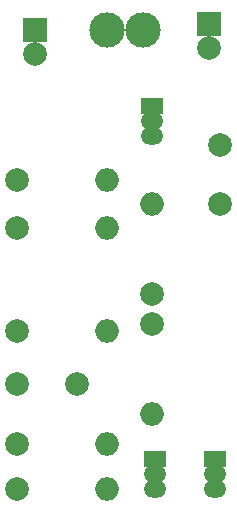
<source format=gbr>
G04 #@! TF.GenerationSoftware,KiCad,Pcbnew,(2017-12-21 revision 23d71cfa9)-makepkg*
G04 #@! TF.CreationDate,2018-08-18T11:55:39-04:00*
G04 #@! TF.ProjectId,OdysseyDaughterCardHorizSyncGenerator,4F647973736579446175676874657243,0.3*
G04 #@! TF.SameCoordinates,Original*
G04 #@! TF.FileFunction,Soldermask,Top*
G04 #@! TF.FilePolarity,Negative*
%FSLAX46Y46*%
G04 Gerber Fmt 4.6, Leading zero omitted, Abs format (unit mm)*
G04 Created by KiCad (PCBNEW (2017-12-21 revision 23d71cfa9)-makepkg) date 08/18/18 11:55:39*
%MOMM*%
%LPD*%
G01*
G04 APERTURE LIST*
%ADD10C,2.000000*%
%ADD11R,2.000000X2.000000*%
%ADD12C,3.000000*%
%ADD13O,1.900000X1.450000*%
%ADD14R,1.900000X1.450000*%
%ADD15O,2.000000X2.000000*%
G04 APERTURE END LIST*
D10*
X154305000Y-96520000D03*
X154305000Y-91520000D03*
X142160000Y-111760000D03*
X137160000Y-111760000D03*
D11*
X138684000Y-81788000D03*
D10*
X138684000Y-83788000D03*
X153416000Y-83280000D03*
D11*
X153416000Y-81280000D03*
D12*
X144780000Y-81788000D03*
X147780000Y-81788000D03*
D13*
X148590000Y-89535000D03*
X148590000Y-90805000D03*
D14*
X148590000Y-88265000D03*
X148844000Y-118110000D03*
D13*
X148844000Y-120650000D03*
X148844000Y-119380000D03*
X153924000Y-119380000D03*
X153924000Y-120650000D03*
D14*
X153924000Y-118110000D03*
D15*
X144780000Y-120650000D03*
D10*
X137160000Y-120650000D03*
X137160000Y-98552000D03*
D15*
X144780000Y-98552000D03*
D10*
X137160000Y-116840000D03*
D15*
X144780000Y-116840000D03*
X148590000Y-96520000D03*
D10*
X148590000Y-104140000D03*
X137160000Y-107315000D03*
D15*
X144780000Y-107315000D03*
X148590000Y-114300000D03*
D10*
X148590000Y-106680000D03*
X137160000Y-94488000D03*
D15*
X144780000Y-94488000D03*
M02*

</source>
